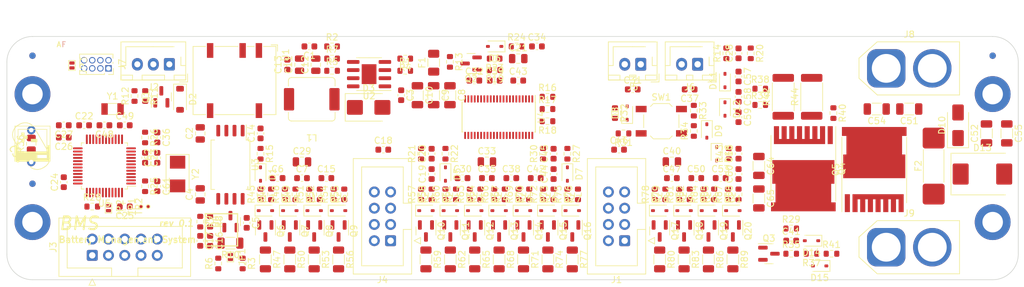
<source format=kicad_pcb>
(kicad_pcb (version 20221018) (generator pcbnew)
  (layers (0 "F.Cu" signal) (31 "B.Cu" signal) (34 "B.Paste" user) (35 "F.Paste" user) (36 "B.SilkS" user "B.Silkscreen") (37 "F.SilkS" user "F.Silkscreen") (38 "B.Mask" user) (39 "F.Mask" user) (44 "Edge.Cuts" user))
  (net 0 "")
  (net 1 "+5V")
  (net 2 "GND")
  (net 3 "Net-(U2-BOOT)")
  (net 4 "Net-(D3-K)")
  (net 5 "/CANvcc")
  (net 6 "/CANgnd")
  (net 7 "/B15")
  (net 8 "/B14")
  (net 9 "/B13")
  (net 10 "Net-(U2-VIN)")
  (net 11 "+3.3V")
  (net 12 "/B12")
  (net 13 "Net-(C16-Pad1)")
  (net 14 "Net-(C17-Pad1)")
  (net 15 "/B11")
  (net 16 "/VC10x")
  (net 17 "/B10b")
  (net 18 "/V_BAT")
  (net 19 "/BAT")
  (net 20 "/B10")
  (net 21 "/B9")
  (net 22 "Net-(J5-Pin_1)")
  (net 23 "Net-(U4-CAP3)")
  (net 24 "/VC5x")
  (net 25 "/REGSRC")
  (net 26 "/B8")
  (net 27 "/NRST")
  (net 28 "Net-(J6-Pin_1)")
  (net 29 "/B7")
  (net 30 "Net-(U4-CAP2)")
  (net 31 "Net-(U4-TS1)")
  (net 32 "/B6")
  (net 33 "Net-(U4-CAP1)")
  (net 34 "/B5b")
  (net 35 "/B5")
  (net 36 "/B4")
  (net 37 "/B3")
  (net 38 "/LSE_OUT")
  (net 39 "/LSE_IN")
  (net 40 "/B2")
  (net 41 "/BAT+")
  (net 42 "Net-(C51-Pad2)")
  (net 43 "Net-(C52-Pad2)")
  (net 44 "/B1")
  (net 45 "/PACK-")
  (net 46 "GNDREF")
  (net 47 "/SRP")
  (net 48 "/SRN")
  (net 49 "/HSE_OUT")
  (net 50 "/HSE_IN")
  (net 51 "/B0")
  (net 52 "Net-(Q4-S)")
  (net 53 "Net-(C64-Pad2)")
  (net 54 "Net-(D2-A)")
  (net 55 "Net-(U3-CANL)")
  (net 56 "Net-(JP1-B)")
  (net 57 "Net-(D6-K)")
  (net 58 "Net-(D6-A)")
  (net 59 "Net-(D8-K)")
  (net 60 "/K2")
  (net 61 "/BTN")
  (net 62 "Net-(D14-K)")
  (net 63 "Net-(D14-A)")
  (net 64 "Net-(D17-A)")
  (net 65 "/C14")
  (net 66 "Net-(D18-A)")
  (net 67 "/C13")
  (net 68 "Net-(D19-A)")
  (net 69 "/C12")
  (net 70 "Net-(D20-A)")
  (net 71 "/C11")
  (net 72 "Net-(D21-A)")
  (net 73 "/C10")
  (net 74 "Net-(D22-A)")
  (net 75 "/C9")
  (net 76 "Net-(D23-A)")
  (net 77 "/C8")
  (net 78 "Net-(D24-A)")
  (net 79 "/C7")
  (net 80 "Net-(D25-A)")
  (net 81 "/C6")
  (net 82 "Net-(D26-A)")
  (net 83 "/C5")
  (net 84 "Net-(D27-A)")
  (net 85 "/C4")
  (net 86 "Net-(D28-A)")
  (net 87 "/C3")
  (net 88 "Net-(D29-A)")
  (net 89 "/C2")
  (net 90 "Net-(D30-A)")
  (net 91 "/C1")
  (net 92 "Net-(D31-A)")
  (net 93 "/PACK+")
  (net 94 "/K1")
  (net 95 "/IO1")
  (net 96 "/IO2")
  (net 97 "/IO3")
  (net 98 "/CANH")
  (net 99 "/CANL")
  (net 100 "/SYS_SWO")
  (net 101 "/SYS_SWDIO")
  (net 102 "/SYS_SWCLK")
  (net 103 "/DBG_RX")
  (net 104 "/DBG_TX")
  (net 105 "Net-(J7-Pin_8)")
  (net 106 "Net-(JP1-A)")
  (net 107 "/BOOT0")
  (net 108 "Net-(Q1-G)")
  (net 109 "Net-(Q2-G)")
  (net 110 "Net-(Q2-D)")
  (net 111 "/CHG")
  (net 112 "Net-(Q3-D)")
  (net 113 "/DSG")
  (net 114 "Net-(Q4-D)")
  (net 115 "Net-(Q6-D)")
  (net 116 "Net-(Q7-D)")
  (net 117 "Net-(Q8-D)")
  (net 118 "Net-(Q9-D)")
  (net 119 "Net-(Q10-D)")
  (net 120 "Net-(Q11-D)")
  (net 121 "Net-(Q12-D)")
  (net 122 "Net-(Q13-D)")
  (net 123 "Net-(Q14-D)")
  (net 124 "Net-(Q15-D)")
  (net 125 "Net-(Q16-D)")
  (net 126 "Net-(Q17-D)")
  (net 127 "Net-(Q18-D)")
  (net 128 "Net-(Q19-D)")
  (net 129 "Net-(Q20-D)")
  (net 130 "Net-(U2-EN)")
  (net 131 "/EN5V")
  (net 132 "Net-(U2-FB)")
  (net 133 "Net-(U2-RT{slash}CLK)")
  (net 134 "Net-(U2-SS{slash}PG)")
  (net 135 "/IO4")
  (net 136 "/SDA")
  (net 137 "/SCL")
  (net 138 "/ALERT")
  (net 139 "Net-(U5-VBAT)")
  (net 141 "/CANrx")
  (net 142 "/CANtx")
  (footprint "Package_TO_SOT_SMD:SOT-23" (layer "F.Cu") (at 65.466 -7.62 -90)
    (fp_text reference "Q10")
    (fp_text value "IRLML6402")
  )
  (footprint "Resistor_SMD:R_0603_1608Metric" (layer "F.Cu") (at 50.8 -34.544)
    (fp_text reference "R7")
    (fp_text value "18k")
  )
  (footprint "Resistor_SMD:R_2512_6332Metric" (layer "F.Cu") (at 125.73 -28.575 90)
    (fp_text reference "R44")
    (fp_text value "3m")
  )
  (footprint "Capacitor_SMD:C_0603_1608Metric" (layer "F.Cu") (at 74.991 -15.875)
    (fp_text reference "C35")
    (fp_text value "1u")
  )
  (footprint "Resistor_SMD:R_0603_1608Metric" (layer "F.Cu") (at 76.2 -32.766 180)
    (fp_text reference "R19")
    (fp_text value "100k")
  )
  (footprint "Resistor_SMD:R_0603_1608Metric" (layer "F.Cu") (at 105.029 -13.335 90)
    (fp_text reference "R81")
    (fp_text value "1k")
  )
  (footprint "Resistor_SMD:R_0603_1608Metric" (layer "F.Cu") (at 52.705 -13.335 90)
    (fp_text reference "R55")
    (fp_text value "10k")
  )
  (footprint "Package_TO_SOT_SMD:SOT-23" (layer "F.Cu") (at 119.0475 -4.064)
    (fp_text reference "Q3")
    (fp_text value "AO3401A")
  )
  (footprint "Package_TO_SOT_SMD:SOT-23" (layer "F.Cu") (at 101.981 -7.62 -90)
    (fp_text reference "Q17")
    (fp_text value "IRLML6402")
  )
  (footprint "Capacitor_SMD:C_1206_3216Metric" (layer "F.Cu") (at 135.89 -26.67 180)
    (fp_text reference "C54")
    (fp_text value "100n")
  )
  (footprint "Capacitor_SMD:C_0603_1608Metric" (layer "F.Cu") (at 18.415 -24.13)
    (fp_text reference "C49")
    (fp_text value "12p")
  )
  (footprint "Diode_SMD:D_SOD-323" (layer "F.Cu") (at 125.7 -6.096 180)
    (fp_text reference "D14")
    (fp_text value "1N4148WS")
  )
  (footprint "Diode_SMD:D_SOD-323" (layer "F.Cu") (at 112.18 -31.115 90)
    (fp_text reference "D11")
    (fp_text value "BZT52C3V3")
  )
  (footprint "Capacitor_SMD:C_0603_1608Metric" (layer "F.Cu") (at 114.3 -19.685 90)
    (fp_text reference "C63")
    (fp_text value "1u")
  )
  (footprint "Resistor_SMD:R_0603_1608Metric" (layer "F.Cu") (at 68.514 -13.335 90)
    (fp_text reference "R60")
    (fp_text value "1k")
  )
  (footprint "Capacitor_SMD:C_0603_1608Metric" (layer "F.Cu") (at 85.405 -16.51 90)
    (fp_text reference "C44")
    (fp_text value "1u")
  )
  (footprint "MAS_Package_nostd:SolderJumper_Open_Pad0.5x0.8mm" (layer "F.Cu") (at 34.925 -3.556 -90)
    (fp_text reference "JP1")
    (fp_text value "Jload")
  )
  (footprint "Resistor_SMD:R_2512_6332Metric" (layer "F.Cu") (at 121.285 -28.575 90)
    (fp_text reference "R42")
    (fp_text value "3m")
  )
  (footprint "Resistor_SMD:R_0603_1608Metric" (layer "F.Cu") (at 21.61 -28.702 -90)
    (fp_text reference "R11")
    (fp_text value "100R")
  )
  (footprint "Resistor_SMD:R_0603_1608Metric" (layer "F.Cu") (at 68.514 -19.685 -90)
    (fp_text reference "R22")
    (fp_text value "100R")
  )
  (footprint "Connector_IDC:IDC-Header_2x04_P2.54mm_Vertical" (layer "F.Cu") (at 96.5105 -6.096 180)
    (fp_text reference "J1")
    (fp_text value "IDC-08M")
  )
  (footprint "Resistor_SMD:R_1206_3216Metric" (layer "F.Cu") (at 109.601 -3.175 -90)
    (fp_text reference "R86")
    (fp_text value "100R")
  )
  (footprint "Capacitor_SMD:C_0603_1608Metric" (layer "F.Cu") (at 42.291 -15.875)
    (fp_text reference "C6")
    (fp_text value "1u")
  )
  (footprint "Resistor_SMD:R_0603_1608Metric" (layer "F.Cu") (at 31.75 -9.08 -90)
    (fp_text reference "R8")
    (fp_text value "100R")
  )
  (footprint "Diode_SMD:D_SOD-323" (layer "F.Cu") (at 51.816 -10.795)
    (fp_text reference "D20")
    (fp_text value "BZT52C5V6S")
  )
  (footprint "MAS_Package_std:JST_XH_B2B-XH-AM_1x02_P2.50mm_Vertical" (layer "F.Cu") (at 107.91 -33.655 180)
    (fp_text reference "J6")
    (fp_text value "B2B-XH-A")
  )
  (footprint "Resistor_SMD:R_0603_1608Metric" (layer "F.Cu") (at 62.23 -34.544 180)
    (fp_text reference "R4")
    (fp_text value "47k")
  )
  (footprint "Package_TO_SOT_SMD:Infineon_PG-HSOF-8-1" (layer "F.Cu") (at 124.425 -17.34 -90)
    (fp_text reference "Q4")
    (fp_text value "IPT007N06N")
  )
  (footprint "MAS_Package_std:SOIC-8-1EP_3.9x4.9mm_P1.27mm_EP2.29x3mm" (layer "F.Cu") (at 56.58 -32.119 180)
    (fp_text reference "U2")
    (fp_text value "LMR16030SDDAR")
  )
  (footprint "Resistor_SMD:R_0805_2012Metric" (layer "F.Cu") (at 3.81 -21.2325 90)
    (fp_text reference "R36")
    (fp_text value "10M")
  )
  (footprint "Resistor_SMD:R_0603_1608Metric" (layer "F.Cu") (at 43.434 -13.335 90)
    (fp_text reference "R48")
    (fp_text value "1k")
  )
  (footprint "Resistor_SMD:R_1206_3216Metric" (layer "F.Cu") (at 101.981 -3.175 -90)
    (fp_text reference "R80")
    (fp_text value "100R")
  )
  (footprint "Resistor_SMD:R_1206_3216Metric" (layer "F.Cu") (at 65.466 -3.175 -90)
    (fp_text reference "R59")
    (fp_text value "100R")
  )
  (footprint "Capacitor_SMD:C_0805_2012Metric" (layer "F.Cu") (at 103.886 -18.415)
    (fp_text reference "C40")
    (fp_text value "10u")
  )
  (footprint "Resistor_SMD:R_0603_1608Metric" (layer "F.Cu") (at 116.205 -35.37 -90)
    (fp_text reference "R20")
    (fp_text value "5.6k")
  )
  (footprint "Diode_SMD:D_SOD-323" (layer "F.Cu") (at 69.276 -10.795)
    (fp_text reference "D22")
    (fp_text value "BZT52C5V6S")
  )
  (footprint "Capacitor_SMD:C_0603_1608Metric" (layer "F.Cu") (at 85.405 -19.685 90)
    (fp_text reference "C45")
    (fp_text value "1u")
  )
  (footprint "Diode_SMD:D_SOD-323" (layer "F.Cu") (at 76.2 -36.449 180)
    (fp_text reference "D6")
    (fp_text value "1N4148WS")
  )
  (footprint "Capacitor_SMD:C_0805_2012Metric" (layer "F.Cu") (at 46.101 -18.415)
    (fp_text reference "C29")
    (fp_text value "10u")
  )
  (footprint "Capacitor_SMD:C_0805_2012Metric" (layer "F.Cu") (at 45.72 -33.594 90)
    (fp_text reference "C11")
    (fp_text value "22u")
  )
  (footprint "Resistor_SMD:R_0603_1608Metric" (layer "F.Cu") (at 36.83 -2.54 -90)
    (fp_text reference "R3")
    (fp_text value "0R")
  )
  (footprint "Resistor_SMD:R_0603_1608Metric" (layer "F.Cu") (at 21.59 -14.605 -90)
    (fp_text reference "R25")
    (fp_text value "100R")
  )
  (footprint "MAS_Package_std:TestPoint_Pad_D0.5mm" (layer "F.Cu") (at 20.955 -11.43 90)
    (fp_text reference "TP1")
    (fp_text value "SCL")
  )
  (footprint "Capacitor_SMD:C_0603_1608Metric" (layer "F.Cu") (at 95.631 -20.32)
    (fp_text reference "C46")
    (fp_text value "1u")
  )
  (footprint "MountingHole:MountingHole_3.2mm_M3_DIN965_Pad" (layer "F.Cu") (at 4 -9)
    (fp_text reference "H1" hide)
    (fp_text value "H" hide)
  )
  (footprint "Diode_SMD:D_SOD-323" (layer "F.Cu") (at 73.086 -10.795)
    (fp_text reference "D23")
    (fp_text value "BZT52C5V6S")
  )
  (footprint "Resistor_SMD:R_0603_1608Metric" (layer "F.Cu") (at 84.455 -26.67)
    (fp_text reference "R17")
    (fp_text value "10k")
  )
  (footprint "Capacitor_SMD:C_0603_1608Metric" (layer "F.Cu") (at 114.3 -16.51 90)
    (fp_text reference "C60")
    (fp_text value "1u")
  )
  (footprint "Capacitor_SMD:C_0805_2012Metric" (layer "F.Cu") (at 30.205 -13.335 90)
    (fp_text reference "C4")
    (fp_text value "22u")
  )
  (footprint "Capacitor_SMD:C_1206_3216Metric" (layer "F.Cu") (at 66.675 -28.829 -90)
    (fp_text reference "C9")
    (fp_text value "2.2u")
  )
  (footprint "Capacitor_SMD:C_0603_1608Metric" (layer "F.Cu") (at 21.59 -19.05 -90)
    (fp_text reference "C23")
    (fp_text value "100n")
  )
  (footprint "Package_TO_SOT_SMD:Infineon_PG-HSOF-8-1" (layer "F.Cu") (at 135.5 -17.215 90)
    (fp_text reference "Q5")
    (fp_text value "IPT007N06N")
  )
  (footprint "Resistor_SMD:R_0603_1608Metric" (layer "F.Cu") (at 19.939 -28.702 90)
    (fp_text reference "R12")
    (fp_text value "100k")
  )
  (footprint "Resistor_SMD:R_0603_1608Metric" (layer "F.Cu") (at 76.134 -13.335 90)
    (fp_text reference "R66")
    (fp_text value "1k")
  )
  (footprint "Connector_PinSocket_1.27mm:PinSocket_2x04_P1.27mm_Vertical" (layer "F.Cu") (at 15.875 -33.02 -90)
    (fp_text reference "J7")
    (fp_text value "IDC-08M")
  )
  (footprint "Capacitor_SMD:C_0805_2012Metric" (layer "F.Cu") (at 74.991 -18.415)
    (fp_text reference "C33")
    (fp_text value "10u")
  )
  (footprint "Resistor_SMD:R_0603_1608Metric" (layer "F.Cu") (at 79.944 -13.335 90)
    (fp_text reference "R69")
    (fp_text value "1k")
  )
  (footprint "Resistor_SMD:R_0603_1608Metric" (layer "F.Cu") (at 84.455 -24.765 180)
    (fp_text reference "R18")
    (fp_text value "1M")
  )
  (footprint "Capacitor_SMD:C_0603_1608Metric" (layer "F.Cu") (at 61.595 -28.829 -90)
    (fp_text reference "C3")
    (fp_text value "100n")
  )
  (footprint "Capacitor_SMD:C_0603_1608Metric" (layer "F.Cu") (at 8.89 -15.24 90)
    (fp_text reference "C24")
    (fp_text value "100n")
  )
  (footprint "Resistor_SMD:R_0603_1608Metric" (layer "F.Cu") (at 128.82 -4.064)
    (fp_text reference "R41")
    (fp_text value "1M")
  )
  (footprint "Package_TO_SOT_SMD:SOT-23" (layer "F.Cu") (at 48.006 -7.62 -90)
    (fp_text reference "Q8")
    (fp_text value "IRLML6402")
  )
  (footprint "Resistor_SMD:R_1206_3216Metric" (layer "F.Cu") (at 80.706 -3.175 -90)
    (fp_text reference "R71")
    (fp_text value "100R")
  )
  (footprint "MAS_Package_nostd:SolderJumper_Open_Pad0.5x0.8mm" (layer "F.Cu") (at 10.165 -33.474 -90)
    (fp_text reference "JP3")
    (fp_text value "PWRprog")
  )
  (footprint "MAS_Package_std:TestPoint_Pad_D0.5mm" (layer "F.Cu") (at 22.07 -11.43 90)
    (fp_text reference "TP2")
    (fp_text value "SDA")
  )
  (footprint "Capacitor_SMD:C_0603_1608Metric" (layer "F.Cu") (at 37.465 -8.89 -90)
    (fp_text reference "C5")
    (fp_text value "100n")
  )
  (footprint "Capacitor_SMD:C_0603_1608Metric" (layer "F.Cu") (at 46.101 -15.875)
    (fp_text reference "C7")
    (fp_text value "1u")
  )
  (footprint "Package_TO_SOT_SMD:SOT-23" (layer "F.Cu") (at 80.706 -7.62 -90)
    (fp_text reference "Q14")
    (fp_text value "IRLML6402")
  )
  (footprint "Fuse:Fuse_1206_3216Metric" (layer "F.Cu") (at 66.675 -33.909 90)
    (fp_text reference "F1")
    (fp_text value "12T.30000063AG12S1B02")
  )
  (footprint "Capacitor_SMD:C_0603_1608Metric" (layer "F.Cu") (at 114.3 -25.4 -90)
    (fp_text reference "C59")
    (fp_text value "100n")
  )
  (footprint "Diode_SMD:D_SOD-323" (layer "F.Cu") (at 109.347 -23.241 -90)
    (fp_text reference "D9")
    (fp_text value "BZT52C3V3")
  )
  (footprint "Capacitor_SMD:C_0603_1608Metric" (layer "F.Cu") (at 114.3 -31.75 -90)
    (fp_text reference "C57")
    (fp_text value "100n")
  )
  (footprint "Resistor_SMD:R_0603_1608Metric" (layer "F.Cu") (at 125.7 -4.064 180)
    (fp_text reference "R37")
    (fp_text value "1M")
  )
  (footprint "Resistor_SMD:R_0603_1608Metric" (layer "F.Cu") (at 112.395 -35.37 90)
    (fp_text reference "R14")
    (fp_text value "100k")
  )
  (footprint "Resistor_SMD:R_0603_1608Metric" (layer "F.Cu") (at 70.165 -13.335 90)
    (fp_text reference "R61")
    (fp_text value "10k")
  )
  (footprint "MAS_Package_nostd:SMDL_7.1x6.6x5mm" (layer "F.Cu") (at 47.625 -28.194 180)
    (fp_text reference "L1")
    (fp_text value "SMMS0650-100M")
  )
  (footprint "MAS_Package_nostd:AMASS_XT60-F_1x02_P7.20mm_Vertical" (layer "F.Cu") (at 137.37 -33.02)
    (fp_text reference "J8")
    (fp_text value "XT60")
  )
  (footprint "Resistor_SMD:R_0603_1608Metric" (layer "F.Cu") (at 87.564 -19.685 -90)
    (fp_text reference "R27")
    (fp_text value "100R")
  )
  (footprint "Resistor_SMD:R_0603_1608Metric" (layer "F.Cu") (at 89.215 -13.335 90)
    (fp_text reference "R76")
    (fp_text value "10k")
  )
  (footprint "Resistor_SMD:R_0603_1608Metric" (layer "F.Cu") (at 112.649 -13.335 90)
    (fp_text reference "R87")
    (fp_text value "1k")
  )
  (footprint "Capacitor_SMD:C_0603_1608Metric" (layer "F.Cu") (at 66.355 -19.685 90)
    (fp_text reference "C20")
    (fp_text value "1u")
  )
  (footprint "Diode_SMD:D_SMC" (layer "F.Cu") (at 152.4 -16.51)
    (fp_text reference "D13")
    (fp_text value "ER3J")
  )
  (footprint "MAS_Package_std:SOIC-8_7.5x5.85mm_P1.27mm" (layer "F.Cu") (at 34.925 -17.97 -90)
    (fp_text reference "U3")
    (fp_text value "CA-IS3050G")
  )
  (footprint "Resistor_SMD:R_0603_1608Metric" (layer "F.Cu") (at 117.69 -27.305)
    (fp_text reference "R39")
    (fp_text value "100R")
  )
  (footprint "Capacitor_SMD:C_0603_1608Metric" (layer "F.Cu") (at 103.886 -15.875)
    (fp_text reference "C47")
    (fp_text value "1u")
  )
  (footprint "Package_TO_SOT_SMD:SOT-23" (layer "F.Cu") (at 84.516 -7.62 -90)
    (fp_text reference "Q15")
    (fp_text value "IRLML6402")
  )
  (footprint "Capacitor_SMD:C_0603_1608Metric" (layer "F.Cu") (at 49.911 -15.875)
    (fp_text reference "C15")
    (fp_text value "1u")
  )
  (footprint "Capacitor_SMD:C_0603_1608Metric" (layer "F.Cu") (at 71.181 -15.875)
    (fp_text reference "C30")
    (fp_text value "1u")
  )
  (footprint "Resistor_SMD:R_1206_3216Metric" (layer "F.Cu") (at 73.086 -3.175 -90)
    (fp_text reference "R65")
    (fp_text value "100R")
  )
  (footprint "Resistor_SMD:R_0603_1608Metric" (layer "F.Cu") (at 45.085 -13.335 90)
    (fp_text reference "R49")
    (fp_text value "10k")
  )
  (footprint "Resistor_SMD:R_1206_3216Metric" (layer "F.Cu") (at 84.516 -3.175 -90)
    (fp_text reference "R74")
    (fp_text value "100R")
  )
  (footprint "Diode_SMD:D_SOD-323" (layer "F.Cu") (at 126.97 -2.159 180)
    (fp_text reference "D15")
    (fp_text value "BZT52C16SQ")
  )
  (footprint "Capacitor_SMD:C_0603_1608Metric" (layer "F.Cu") (at 76.2 -31.115)
    (fp_text reference "C39")
    (fp_text value "1u")
  )
  (footprint "Resistor_SMD:R_0603_1608Metric" (layer "F.Cu") (at 79.629 -36.449)
    (fp_text reference "R24")
    (fp_text value "100R")
  )
  (footprint "Resistor_SMD:R_0603_1608Metric" (layer "F.Cu") (at 102.87 -13.335 90)
    (fp_text reference "R79")
    (fp_text value "10k")
  )
  (footprint "Package_TO_SOT_SMD:SOT-23" (layer "F.Cu") (at 109.601 -7.62 -90)
    (fp_text reference "Q19")
    (fp_text value "IRLML6402")
  )
  (footprint "Resistor_SMD:R_1206_3216Metric" (layer "F.Cu") (at 40.386 -3.175 -90)
    (fp_text reference "R47")
    (fp_text value "100R")
  )
  (footprint "Resistor_SMD:R_0603_1608Metric" (layer "F.Cu") (at 62.23 -32.639)
    (fp_text reference "R1")
    (fp_text value "100R")
  )
  (footprint "Capacitor_SMD:C_0603_1608Metric" (layer "F.Cu") (at 8.89 -24.13 180)
    (fp_text reference "C27")
    (fp_text value "100n")
  )
  (footprint "Diode_SMD:D_SMA" (layer "F.Cu") (at 148.59 -24.13 90)
    (fp_text reference "D10")
    (fp_text value "SMCJ75A")
  )
  (footprint "Capacitor_SMD:C_0603_1608Metric" (layer "F.Cu") (at 43.815 -33.594 90)
    (fp_text reference "C13")
    (fp_text value "100n")
  )
  (footprint "Capacitor_SMD:C_0603_1608Metric" (layer "F.Cu") (at 31.75 -6.075 -90)
    (fp_text reference "C16")
    (fp_text value "330p")
  )
  (footprint "Resistor_SMD:R_0603_1608Metric" (layer "F.Cu") (at 122.525 -4.064)
    (fp_text reference "R35")
    (fp_text value "1k")
  )
  (footprint "Capacitor_SMD:C_0603_1608Metric" (layer "F.Cu") (at 12.065 -24.13)
    (fp_text reference "C22")
    (fp_text value "100n")
  )
  (footprint "Capacitor_SMD:C_0603_1608Metric" (layer "F.Cu") (at 111.506 -15.875)
    (fp_text reference "C53")
    (fp_text value "1u")
  )
  (footprint "Resistor_SMD:R_0603_1608Metric" (layer "F.Cu") (at 122.525 -8.001)
    (fp_text reference "R29")
    (fp_text value "10k/NTC")
  )
  (footprint "MAS_Package_nostd:Converter_DCDC_Aimtec_AM1LS_SMD" (layer "F.Cu") (at 35.56 -31.115 -90)
    (fp_text reference "U1")
    (fp_text value "AM1LS-0505S-NZ")
  )
  (footprint "Capacitor_SMD:C_0603_1608Metric" (layer "F.Cu") (at 82.611 -15.875)
    (fp_text reference "C42")
    (fp_text value "1u")
  )
  (footprint "MAS_Package_nostd:Fuse_1032" (layer "F.Cu") (at 144.78 -17.78 90)
    (fp_text reference "F2")
    (fp_text value "S1032-F-40.0A")
  )
  (footprint "Resistor_SMD:R_1206_3216Metric" (layer "F.Cu") (at 44.196 -3.175 -90)
    (fp_text reference "R50")
    (fp_text value "100R")
  )
  (footprint "Diode_SMD:D_SOD-323" (layer "F.Cu") (at 105.791 -10.795)
    (fp_text reference "D29")
    (fp_text value "BZT52C5V6S")
  )
  (footprint "Capacitor_SMD:C_0603_1608Metric" (layer "F.Cu") (at 30.205 -6.075 -90)
    (fp_text reference "C17")
    (fp_text value "330p")
  )
  (footprint "Diode_SMD:D_SOD-323" (layer "F.Cu") (at 48.006 -10.795)
    (fp_text reference "D19")
    (fp_text value "BZT52C5V6S")
  )
  (footprint "Resistor_SMD:R_0603_1608Metric" (layer "F.Cu") (at 107.315 -26.416 -90)
    (fp_text reference "R33")
    (fp_text value "4.7k")
  )
  (footprint "Capacitor_SMD:C_0603_1608Metric" (layer "F.Cu") (at 15.24 -24.13 180)
    (fp_text reference "C48")
    (fp_text value "12p")
  )
  (footprint "Capacitor_SMD:C_0805_2012Metric" (layer "F.Cu") (at 79.883 -34.544)
    (fp_text reference "C21")
    (fp_text value "22u")
  )
  (footprint "Resistor_SMD:R_0603_1608Metric" (layer "F.Cu") (at 33.02 -2.54 90)
    (fp_text reference "R6")
    (fp_text value "0R")
  )
  (footprint "Diode_SMD:D_SOD-323" (layer "F.Cu") (at 44.196 -10.795)
    (fp_text reference "D18")
    (fp_text value "BZT52C5V6S")
  )
  (footprint "MAS_Package_std:JST_XH_B3B-XH-AM_1x03_P2.50mm_Vertical" (layer "F.Cu") (at 25.38 -33.655 180)
    (fp_text reference "J2")
    (fp_text value "B3B-XH-A")
  )
  (footprint "MAS_Package_std:Crystal_SMD_5032-2Pin_5.0x3.2mm" (layer "F.Cu") (at 26.67 -16.51 -90)
    (fp_text reference "Y2")
    (fp_text value "X50328MSB2GI")
  )
  (footprint "Resistor_SMD:R_0603_1608Metric" (layer "F.Cu") (at 39.624 -13.335 90)
    (fp_text reference "R45")
    (fp_text value "1k")
  )
  (footprint "Capacitor_SMD:C_1206_3216Metric" (layer "F.Cu") (at 156.21 -22.86 -90)
    (fp_text reference "C55")
    (fp_text value "100n")
  )
  (footprint "Capacitor_SMD:C_0603_1608Metric" (layer "F.Cu") (at 114.3 -28.575 -90)
    (fp_text reference "C58")
    (fp_text value "100n")
  )
  (footprint "Diode_SMD:D_SMB" (layer "F.Cu") (at 56.515 -26.924)
    (fp_text reference "D3")
    (fp_text value "STPS2L40U")
  )
  (footprint "Resistor_SMD:R_1206_3216Metric" (layer "F.Cu") (at 88.326 -3.175 -90)
    (fp_text reference "R77")
    (fp_text value "100R")
  )
  (footprint "Fiducial:Fiducial_1mm_Mask3mm" (layer "F.Cu") (at 4 -35)
    (fp_text reference "FID2" hide)
    (fp_text value "F")
  )
  (footprint "Capacitor_SMD:C_0603_1608Metric" (layer "F.Cu") (at 97.77 -29.735)
    (fp_text reference "C31")
    (fp_text value "1n")
  )
  (footprint "Capacitor_SMD:C_0603_1608Metric" (layer "F.Cu") (at 18.415 -11.43 180)
    (fp_text reference "C25")
    (fp_text value "100n")
  )
  (footprint "Resistor_SMD:R_0603_1608Metric" (layer "F.Cu") (at 81.595 -13.335 90)
    (fp_text reference "R70")
    (fp_text value "10k")
  )
  (footprint "Capacitor_SMD:C_0603_1608Metric" (layer "F.Cu") (at 66.355 -16.51 90)
    (fp_text reference "C19")
    (fp_text value "1u")
  )
  (footprint "Capacitor_SMD:C_0603_1608Metric" (layer "F.Cu") (at 73.025 -31.115)
    (fp_text reference "C32")
    (fp_text value "1u")
  )
  (footprint "Resistor_SMD:R_0603_1608Metric" (layer "F.Cu") (at 30.205 -9.08 -90)
    (fp_text reference "R9")
    (fp_text value "100R")
  )
  (footprint "Resistor_SMD:R_1206_3216Metric" (layer "F.Cu") (at 48.006 -3.175 -90)
    (fp_text reference "R53")
    (fp_text value "100R")
  )
  (footprint "Resistor_SMD:R_0603_1608Metric" (layer "F.Cu") (at 87.564 -13.335 90)
    (fp_text reference "R75")
    (fp_text value "1k")
  )
  (footprint "MAS_Package_nostd:JYC3D332MBF" (layer "F.Cu") (at 3.809999 -18.375 90)
    (fp_text reference "C56")
    (fp_text value "JYC3D332MBF")
  )
  (footprint "Diode_SMD:D_SOD-323" (layer "F.Cu") (at 113.411 -10.795)
    (fp_text reference "D31")
    (fp_text value "BZT52C5V6S")
  )
  (footprint "Diode_SMD:D_SOD-323" (layer "F.Cu") (at 87.564 -16.51 -90)
    (fp_text reference "D7")
    (fp_text value "1N4148WS")
  )
  (footprint "Capacitor_SMD:C_0603_1608Metric" (layer "F.Cu") (at 114.3 -35.37 90)
    (fp_text reference "C28")
    (fp_text value "100n")
  )
  (footprint "Package_TO_SOT_SMD:SOT-23" (layer "F.Cu") (at 51.816 -7.62 -90)
    (fp_text reference "Q9")
    (fp_text value "IRLML6402")
  )
  (footprint "MountingHole:MountingHole_3.2mm_M3_DIN965_Pad" (layer "F.Cu") (at 4 -29 90)
    (fp_text reference "H4" hide)
    (fp_text value "H" hide)
  )
  (footprint "Capacitor_SMD:C_0603_1608Metric" (layer "F.Cu") (at 23.495 -14.605 -90)
    (fp_text reference "C61")
    (fp_text value "12p")
  )
  (footprint "Capacitor_SMD:C_0603_1608Metric" (layer "F.Cu") (at 23.495 -19.05 90)
    (fp_text reference "C62")
    (fp_text value "12p")
  )
  (footprint "Package_TO_SOT_SMD:SOT-23" (layer "F.Cu") (at 44.196 -7.62 -90)
    (fp_text reference "Q7")
    (fp_text value "IRLML6402")
  )
  (footprint "Diode_SMD:D_SOD-323" (layer "F.Cu") (at 40.386 -10.795)
    (fp_text reference "D17")
    (fp_text value "BZT52C5V6S")
  )
  (footprint "Diode_SMD:D_SOD-323" (layer "F.Cu") (at 110.871 -19.685 -90)
    (fp_text reference "D16")
    (fp_text value "BZT52C3V3")
  )
  (footprint "Resistor_SMD:R_0603_1608Metric" (layer "F.Cu") (at 83.754 -13.335 90)
    (fp_text reference "R72")
    (fp_text value "1k")
  )
  (footprint "Resistor_SMD:R_0603_1608Metric" (layer "F.Cu") (at 106.68 -13.335 90)
    (fp_text reference "R82")
    (fp_text value "10k")
  )
  (footprint "Package_TO_SOT_SMD:SOT-23" (layer "F.Cu") (at 113.411 -7.62 -90)
    (fp_text reference "Q20")
    (fp_text value "IRLML6402")
  )
  (footprint "Resistor_SMD:R_0603_1608Metric" (layer "F.Cu") (at 66.355 -13.335 90)
    (fp_text reference "R58")
    (fp_text value "10k")
  )
  (footprint "Package_TO_SOT_SMD:SOT-23" (layer "F.Cu") (at 34.925 -9.08 90)
    (fp_text reference "D4")
    (fp_text value "PESD1CAN")
  )
  (footprint "Diode_SMD:D_SOD-323" (layer "F.Cu") (at 84.516 -10.795)
    (fp_text reference "D26")
    (fp_text value "BZT52C5V6S")
  )
  (footprint "Diode_SMD:D_SOD-323" (layer "F.Cu") (at 88.326 -10.795)
    (fp_text reference "D27")
    (fp_text value "BZT52C5V6S")
  )
  (footprint "Resistor_SMD:R_0603_1608Metric" (layer "F.Cu") (at 39.624 -19.685 -90)
    (fp_text reference "R15")
    (fp_text value "100R")
  )
  (footprint "MAS_Package_nostd:AMASS_XT60-F_1x02_P7.20mm_Vertical" (layer "F.Cu") (at 137.37 -5.08)
    (fp_text reference "J9")
    (fp_text value "XT60")
  )
  (footprint "Resistor_SMD:R_1206_3216Metric" (layer "F.Cu") (at 113.411 -3.175 -90)
    (fp_text reference "R89")
    (fp_text value "100R")
  )
  (footprint "Resistor_SMD:R_1206_3216Metric" (layer "F.Cu") (at 34.925 -5.715 180)
    (fp_text reference "R10")
    (fp_text value "120R")
  )
  (footprint "Package_TO_SOT_SMD:SOT-23" (layer "F.Cu") (at 88.326 -7.62 -90)
    (fp_text reference "Q16")
    (fp_text value "IRLML6402")
  )
  (footprint "Resistor_SMD:R_0603_1608Metric" (layer "F.Cu") (at 108.839 -13.335 90)
    (fp_text reference "R84")
    (fp_text value "1k")
  )
  (footprint "Connector_IDC:IDC-Header_2x04_P2.54mm_Vertical" (layer "F.Cu") (at 59.944 -6.096 180)
    (fp_text reference "J4")
    (fp_text value "IDC-08M")
  )
  (footprint "MAS_Package_std:Crystal_SMD_3215-2Pin_3.2x1.5mm" (layer "F.Cu") (at 16.51 -26.67)
    (fp_text reference "Y1")
    (fp_text value "NX3215SA-32.768")
  )
  (footprint "Capacitor_SMD:C_0603_1608Metric" (layer "F.Cu") (at 8.89 -22.225 180)
    (fp_text reference "C26")
    (fp_text value "100n")
  )
  (footprint "Resistor_SMD:R_0603_1608Metric" (layer "F.Cu") (at 83.754 -19.685 90)
    (fp_text reference "R30")
    (fp_text value "1k")
  )
  (footprint "Package_TO_SOT_SMD:SOT-23" (layer "F.Cu") (at 69.276 -7.62 -90)
    (fp_text reference "Q11")
    (fp_text value "IRLML6402")
  )
  (footprint "MountingHole:MountingHole_3.2mm_M3_DIN965_Pad" (layer "F.Cu") (at 154 -9)
    (fp_text reference "H3" hide)
    (fp_text value "H" hide)
  )
  (footprint "Resistor_SMD:R_0603_1608Metric" (layer "F.Cu") (at 84.455 -28.575)
    (fp_text reference "R16")
    (fp_text value "10k")
  )
  (footprint "Diode_SMD:D_SOD-323" (layer "F.Cu") (at 68.514 -16.51 -90)
    (fp_text reference "D5")
    (fp_text value "1N4148WS")
  )
  (footprint "MountingHole:MountingHole_3.2mm_M3_DIN965_Pad" (layer "F.Cu") (at 154 -29)
    (fp_text reference "H2" hide)
    (fp_text value "H" hide)
  )
  (footprint "Capacitor_SMD:C_1206_3216Metric" (layer "F.Cu") (at 69.215 -28.829 -90)
    (fp_text reference "C8")
    (fp_text value "2.2u")
  )
  (footprint "Capacitor_SMD:C_0805_2012Metric" (layer "F.Cu") (at 30.205 -22.86 90)
    (fp_text reference "C2")
    (fp_text value "22u")
  )
  (footprint "Resistor_SMD:R_0603_1608Metric" (layer "F.Cu") (at 129.12 -26.035 -90)
    (fp_text reference "R40")
    (fp_text value "1M")
  )
  (footprint "Resistor_SMD:R_0603_1608Metric" (layer "F.Cu") (at 112.776 -19.685 90)
    (fp_text reference "R43")
    (fp_text value "1k")
  )
  (footprint "Diode_SMD:D_SOD-323" (layer "F.Cu") (at 76.896 -10.795)
    (fp_text reference "D24")
    (fp_text value "BZT52C5V6S")
  )
  (footprint "Resistor_SMD:R_0603_1608Metric" (layer "F.Cu") (at 94.996 -26.035 -90)
    (fp_text reference "R32")
    (fp_text value "4.7k")
  )
  (footprint "Resistor_SMD:R_0603_1608Metric" (layer "F.Cu") (at 96.33 -22.86 180)
    (fp_text reference "R31")
    (fp_text value "1k")
  )
  (footprint "Resistor_SMD:R_0603_1608Metric" (layer "F.Cu") (at 110.49 -13.335 90)
    (fp_text reference "R85")
    (fp_text value "10k")
  )
  (footprint "Resistor_SMD:R_0603_1608Metric" (layer "F.Cu") (at 107.315 -23.241 90)
    (fp_text reference "R34")
    (fp_text value "51k")
  )
  (footprint "Package_TO_SOT_SMD:SOT-23" (layer "F.Cu") (at 105.791 -7.62 -90)
    (fp_text reference "Q18")
    (fp_text value "IRLML6402")
  )
  (footprint "Resistor_SMD:R_0603_1608Metric" (layer "F.Cu") (at 47.244 -13.335 90)
    (fp_text reference "R51")
    (fp_text value "1k")
  )
  (footprint "Capacitor_SMD:C_0603_1608Metric" (layer "F.Cu") (at 47.26 -36.449 180)
    (fp_text reference "C1")
    (fp_text value "100n")
  )
  (footprint "Package_TO_SOT_SMD:SOT-23" (layer "F.Cu") (at 76.896 -7.62 -90)
    (fp_text reference "Q13")
    (fp_text value "IRLML6402")
  )
  (footprint "Diode_SMD:D_SOD-323" (layer "F.Cu") (at 80.706 -10.795)
    (fp_text reference "D25")
    (fp_text value "BZT52C5V6S")
  )
  (footprint "Capacitor_SMD:C_0603_1608Metric" (layer "F.Cu") (at 82.804 -36.449)
    (fp_text reference "C34")
    (fp_text value "1u")
  )
  (footprint "Button_Switch_SMD:SW_SPST_TL3342" (layer "F.Cu") (at 102.235 -24.765)
    (fp_text reference "SW1")
    (fp_text value "TS-1187A-B-A-B")
  )
  (footprint "Connector_IDC:IDC-Header_2x05_P2.54mm_Vertical" (layer "F.Cu") (at 13.335 -3.81 90)
    (fp_text reference "J3")
    (fp_text value "DS1013-10S")
  )
  (footprint "Capacitor_SMD:C_0603_1608Metric" (layer "F.Cu") (at 23.495 -22.225 -90)
    (fp_text reference "C36")
    (fp_text value "100n")
  )
  (footprint "Package_TO_SOT_SMD:SOT-23" (layer "F.Cu") (at 24.13 -28.575 90)
    (fp_text reference "Q1")
    (fp_text value "5N10-MS")
  )
  (footprint "Resistor_SMD:R_0603_1608Metric" (layer "F.Cu") (at 101.219 -13.335 90)
    (fp_text reference "R78")
    (fp_text value "1k")
  )
  (footprint "Diode_SMD:D_SOD-323" (layer "F.Cu") (at 65.466 -10.795)
    (fp_text reference "D21")
    (fp_text value "BZT52C5V6S")
  )
  (footprint "Resistor_SMD:R_1206_3216Metric" (layer "F.Cu") (at 51.816 -3.175 -90)
    (fp_text reference "R56")
    (fp_text value "100R")
  )
  (footprint "Diode_SMD:D_SOD-323" (layer "F.Cu") (at 101.981 -10.795)
    (fp_text reference "D28")
    (fp_text value "BZT52C5V6S")
  )
  (footprint "Resistor_SMD:R_0603_1608Metric" (layer "F.Cu") (at 73.975 -13.335 90)
    (fp_text reference "R64")
    (fp_text value "10k")
  )
  (footprint "Resistor_SMD:R_0603_1608Metric" (layer "F.Cu") (at 117.69 -29.845)
    (fp_text reference "R38")
    (fp_text value "100R")
  )
  (footprint "Resistor_SMD:R_1206_3216Metric" (layer "F.Cu") (at 69.276 -3.175 -90)
    (fp_text reference "R62")
    (fp_text value "100R")
  )
  (footprint "Capacitor_SMD:C_1206_3216Metric" (layer "F.Cu") (at 117.475 -12.7 -90)
    (fp_text reference "C65")
    (fp_text value "100n")
  )
  (footprint "Fiducial:Fiducial_1mm_Mask3mm" (layer "F.Cu") (at 4 -15)
    (fp_text reference "FID3" hide)
    (fp_text value "F" hide)
  )
  (footprint "Resistor_SMD:R_1206_3216Metric" (layer "F.Cu") (at 105.791 -3.175 -90)
    (fp_text reference "R83")
    (fp_text value "100R")
  )
  (footprint "Diode_SMD:D_SOD-123" (layer "F.Cu") (at 27.051 -28.194 -90)
    (fp_text reference "D2")
    (fp_text value "MBR0540")
  )
  (footprint "Package_QFP:LQFP-48_7x7mm_P0.5mm" (layer "F.Cu") (at 15.24 -17.78 180)
    (fp_text reference "U5")
    (fp_text value "STM32F103C8Tx")
  )
  (footprint "Capacitor_SMD:C_0603_1608Metric" (layer "F.Cu") (at 79.883 -31.115)
    (fp_text reference "C43")
    (fp_text value "1u")
  )
  (footprint "Diode_SMD:D_SOD-323" (layer "F.Cu") (at 109.601 -10.795)
    (fp_text reference "D30")
    (fp_text value "BZT52C5V6S")
  )
  (footprint "Capacitor_SMD:C_0603_1608Metric" (layer "F.Cu") (at 78.801 -15.875)
    (fp_text reference "C38")
    (fp_text value "1u")
  )
  (footprint "Package_TO_SOT_SMD:SOT-23" (layer "F.Cu") (at 73.086 -7.62 -90)
    (fp_text reference "Q12")
    (fp_text value "IRLML6402")
  )
  (footprint "Resistor_SMD:R_0603_1608Metric" (layer "F.Cu") (at 48.895 -13.335 90)
    (fp_text reference "R52")
    (fp_text value "10k")
  )
  (footprint "Resistor_SMD:R_1206_3216Metric" (layer "F.Cu") (at 76.896 -3.175 -90)
    (fp_text reference "R68")
    (fp_text value "100R")
  )
  (footprint "Capacitor_SMD:C_0603_1608Metric" (layer "F.Cu") (at 106.66 -29.735 180)
    (fp_text reference "C37")
    (fp_text value "1n")
  )
  (footprint "Package_SO:TSSOP-44_4.4x11.2mm_P0.5mm" (layer "F.Cu") (at 76.835 -25.4 -90)
    (fp_text reference "U4")
    (fp_text value "BQ7694003DBT")
  )
  (footprint "Resistor_SMD:R_0603_1608Metric" (layer "F.Cu") (at 41.275 -13.335 90)
    (fp_text reference "R46")
    (fp_text value "10k")
  )
  (footprint "Capacitor_SMD:C_0603_1608Metric" (layer "F.Cu") (at 122.525 -6.096)
    (fp_text reference "C41")
    (fp_text value "1n")
  )
  (footprint "Package_TO_SOT_SMD:SOT-23" (layer "F.Cu") (at 72.517 -33.782 180)
    (fp_text reference "Q2")
    (fp_text value "5N10-MS")
  )
  (footprint "Resistor_SMD:R_0603_1608Metric" (layer "F.Cu") (at 69.215 -34.036 -90)
    (fp_text reference "R13")
    (fp_text value "200R")
  )
  (footprint "Capacitor_SMD:C_0603_1608Metric" (layer "F.Cu") (at 107.696 -15.875)
    (fp_text reference "C50")
    (fp_text value "1u")
  )
  (footprint "Resistor_SMD:R_0603_1608Metric" (layer "F.Cu") (at 85.405 -13.335 90)
    (fp_text reference "R73")
    (fp_text value "10k")
  )
  (footprint "Resistor_SMD:R_0603_1608Metric" (layer "F.Cu") (at 50.8 -36.449)
    (fp_text reference "R2")
    (fp_text value "100k")
  )
  (footprint "Capacitor_SMD:C_0603_1608Metric" (layer "F.Cu") (at 58.801 -20.32)
    (fp_text reference "C18")
    (fp_text value "1u")
  )
  (footprint "Resistor_SMD:R_0603_1608Metric" (layer "F.Cu") (at 51.054 -13.335 90)
    (fp_text reference "R54")
    (fp_text value "1k")
  )
  (footprint "MAS_Package_std:JST_XH_B2B-XH-AM_1x02_P2.50mm_Vertical" (layer "F.Cu") (at 99.02 -33.655 180)
    (fp_text reference "J5")
    (fp_text value "B2B-XH-A")
  )
  (footprint "Diode_SMD:D_SOD-323" (layer "F.Cu") (at 39.624 -16.51 -90)
    (fp_text reference "D1")
    (fp_text value "1N4148WS")
  )
  (footprint "Resistor_SMD:R_0603_1608Metric" (layer "F.Cu") (at 72.324 -13.335 90)
    (fp_text reference "R63")
    (fp_text value "1k")
  )
  (footprint "Diode_SMD:D_SOD-323" (layer "F.Cu") (at 112.18 -26.67 -90)
    (fp_text reference "D12")
    (fp_text value "BZT52C3V3")
  )
  (footprint "Capacitor_SMD:C_0603_1608Metric" (layer "F.Cu") (at 39.624 -22.86 90)
    (fp_text reference "C14")
    (fp_text value "100n")
  )
  (footprint "Capacitor_SMD:C_1206_3216Metric" (layer "F.Cu") (at 117.475 -17.78 -90)
    (fp_text reference "C64")
    (fp_text value "100n")
  )
  (footprint "Diode_SMD:D_SOD-323" (layer "F.Cu") (at 96.901 -26.035 90)
    (fp_text reference "D8")
    (fp_text value "1N4148WS")
  )
  (footprint "Resistor_SMD:R_0603_1608Metric" (layer "F.Cu") (at 114.3 -13.335 90)
    (fp_text reference "R88")
    (fp_text value "10k")
  )
  (footprint "Capacitor_SMD:C_1206_3216Metric" (layer "F.Cu") (at 153.035 -22.86 90)
    (fp_text reference "C52")
    (fp_text value "100n")
  )
  (footprint "Capacitor_SMD:C_1206_3216Metric" (layer "F.Cu") (at 140.97 -26.67 180)
    (fp_text reference "C51")
    (fp_text value "100n")
  )
  (footprint "Resistor_SMD:R_0603_1608Metric" (layer "F.Cu") (at 21.59 -22.225 -90)
    (fp_text reference "R26")
    (fp_text value "4.7k")
  )
  (footprint "Resistor_SMD:R_0603_1608Metric" (layer "F.Cu") (at 50.8 -32.639)
    (fp_text reference "R5")
    (fp_text value "18k")
  )
  (footprint "Fiducial:Fiducial_1mm_Mask3mm" (layer "F.Cu") (at 154 -35)
    (fp_text reference "FID1" hide)
    (fp_text value "F" hide)
  )
  (footprint "Resistor_SMD:R_0603_1608Metric" (layer "F.Cu") (at 76.2 -34.544 180)
    (fp_text reference "R23")
    (fp_text value "100k")
  )
  (footprint "Resistor_SMD:R_0603_1608Metric" (layer "F.Cu") (at 13.335 -11.43)
    (fp_text reference "R28")
    (fp_text value "4.7k")
  )
  (footprint "Package_TO_SOT_SMD:SOT-23" (layer "F.Cu") (at 40.386 -7.62 -90)
    (fp_text reference "Q6")
    (fp_text value "IRLML6402")
  )
  (footprint "Capacitor_SMD:C_1206_3216Metric" (layer "F.Cu") (at 64.135 -28.829 -90)
    (fp_text reference "C10")
    (fp_text value "2.2u")
  )
  (footprint "Resistor_SMD:R_0603_1608Metric" (layer "F.Cu") (at 64.704 -19.685 90)
    (fp_text reference "R21")
    (fp_text value "1k")
  )
  (footprint "Capacitor_SMD:C_0805_2012Metric" (layer "F.Cu") (at 48.26 -33.594 90)
    (fp_text reference "C12")
    (fp_text value "22u")
  )
  (footprint "MAS_Package_nostd:SolderJumper_Open_Pad0.5x0.8mm" (layer "F.Cu") (at 15.875 -11.176 -90)
    (fp_text reference "JP2")
    (fp_text value "BOOT")
  )
  (footprint "Resistor_SMD:R_0603_1608Metric" (layer "F.Cu") (at 64.704 -13.335 90)
    (fp_text reference "R57")
    (fp_text value "1k")
  )
  (footprint "Resistor_SMD:R_0603_1608Metric" (layer "F.Cu") (at 77.785 -13.335 90)
    (fp_text reference "R67")
    (fp_text value "10k")
  )
  (footprint "Fiducial:Fiducial_1mm_Mask3mm" (layer "B.Cu") (at 154 -35 180)
    (fp_text reference "FID4" hide)
    (fp_text value "F" hide)
  )
  (footprint "Fiducial:Fiducial_1mm_Mask3mm" (layer "B.Cu") (at 4 -35 180)
    (fp_text reference "FID6" hide)
    (fp_text value "F" hide)
  )
  (footprint "Fiducial:Fiducial_1mm_Mask3mm" (layer "B.Cu") (at 4 -15 180)
    (fp_text reference "FID5" hide)
    (fp_text value "F" hide)
  )
  (gr_line (start 6.75 -24) (end 1.25 -24) (stroke (width 0.1)) (layer "F.SilkS"))
  (gr_poly (pts (xy 4.75 -21.5) (xy 3.75 -21.5) (xy 3.75 -22) (xy 4.75 -22)) (stroke (width 0.01)) (fill solid) (layer "F.SilkS"))
  (gr_poly (pts (xy 2.75 -21.5) (xy 2.25 -21.5) (xy 2.25 -22) (xy 2.75 -22)) (stroke (width 0.01)) (fill solid) (layer "F.SilkS"))
  (gr_line (start 36.035 -10.3115) (end 36.035 -5.2765) (stroke (width 0.2)) (layer "F.SilkS"))
  (gr_line (start 1.25 -24) (end 1.25 -18.5) (stroke (width 0.1)) (layer "F.SilkS"))
  (gr_line (start 6.25 -23.5) (end 6.25 -20) (stroke (width 0.1)) (layer "F.SilkS"))
  (gr_poly (pts (xy 2.75 -22.5) (xy 2.25 -22.5) (xy 2.25 -23) (xy 2.75 -23)) (stroke (width 0.01)) (fill solid) (layer "F.SilkS"))
  (gr_line (start 31 -10.3115) (end 31 -5.2765) (stroke (width 0.2)) (layer "F.SilkS"))
  (gr_line (start 1.75 -23.5) (end 6.25 -23.5) (stroke (width 0.1)) (layer "F.SilkS"))
  (gr_line (start 6.75 -18.5) (end 6.75 -24) (stroke (width 0.1)) (layer "F.SilkS"))
  (gr_line (start 31 -10.3115) (end 36.035 -10.3115) (stroke (width 0.2)) (layer "F.SilkS"))
  (gr_poly (pts (xy 3.25 -22) (xy 2.75 -22) (xy 2.75 -22.5) (xy 3.25 -22.5)) (stroke (width 0.01)) (fill solid) (layer "F.SilkS"))
  (gr_line (start 1.75 -20) (end 1.75 -23.5) (stroke (width 0.1)) (layer "F.SilkS"))
  (gr_poly (pts (xy 6.75 -19) (xy 6.25 -19) (xy 6.25 -19.5) (xy 6.75 -19.5)) (stroke (width 0.01)) (fill solid) (layer "F.SilkS"))
  (gr_line (start 1.25 -18.5) (end 6.75 -18.5) (stroke (width 0.1)) (layer "F.SilkS"))
  (gr_line (start 31 -5.2765) (end 36.035 -5.2765) (stroke (width 0.2)) (layer "F.SilkS"))
  (gr_line (start 6.25 -20) (end 1.75 -20) (stroke (width 0.1)) (layer "F.SilkS"))
  (gr_poly (pts (xy 6.75 -18.5) (xy 4.25 -18.5) (xy 4.25 -19) (xy 6.75 -19)) (stroke (width 0.01)) (fill solid) (layer "F.SilkS"))
  (gr_poly (pts (xy 6.75 -19.5) (xy 4.25 -19.5) (xy 4.25 -20) (xy 6.25 -20) (xy 6.25 -21) (xy 6.75 -21)) (stroke (width 0.01)) (fill solid) (layer "F.SilkS"))
  (gr_poly (pts (xy 1.75 -20) (xy 4.25 -20) (xy 4.75 -20) (xy 4.75 -18.5) (xy 4.25 -18.5) (xy 1.25 -18.5) (xy 1.25 -21) (xy 1.75 -21)) (stroke (width 0.01)) (fill solid) (layer "F.SilkS"))
  (gr_line (start 158.000001 -34) (end 158 -4) (stroke (width 0.1)) (layer "Edge.Cuts"))
  (gr_line (start 4 0) (end 154 0.000001) (stroke (width 0.1)) (layer "Edge.Cuts"))
  (gr_arc (start 158 -4) (mid 156.828427 -1.171573) (end 154 0.000001) (stroke (width 0.1)) (layer "Edge.Cuts"))
  (gr_arc (start 4 0) (mid 1.171573 -1.171573) (end 0 -4) (stroke (width 0.1)) (layer "Edge.Cuts"))
  (gr_arc (start 154 -38.000001) (mid 156.828428 -36.828428) (end 158.000001 -34) (stroke (width 0.1)) (layer "Edge.Cuts"))
  (gr_line (start 0 -4) (end 0 -34) (stroke (width 0.1)) (layer "Edge.Cuts"))
  (gr_arc (start 0 -34) (mid 1.171573 -36.828427) (end 4.000001 -38.000001) (stroke (width 0.1)) (layer "Edge.Cuts"))
  (gr_line (start 154 -38.000001) (end 4.000001 -38.000001) (stroke (width 0.1)) (layer "Edge.Cuts"))
  (gr_text "F" (at 8.89 -36.75) (layer "B.SilkS") (effects (font (size 0.8 0.8))))
  (gr_text "rev 0.1" (at 29.288 -8.81) (layer "F.SilkS") (effects (font (size 1 1) (thickness 0.2) italic) (justify right)))
  (gr_text "BMS" (at 8 -8.81) (layer "F.SilkS") (effects (font (size 2 2) (thickness 0.3) italic) (justify left)))
  (gr_text "Battery Management System" (at 8 -6.27) (layer "F.SilkS") (effects (font (size 1 1) (thickness 0.2)) (justify left)))
  (gr_text "A" (at 8.128 -36.75) (layer "F.SilkS") (effects (font (size 0.8 0.8))))
)
</source>
